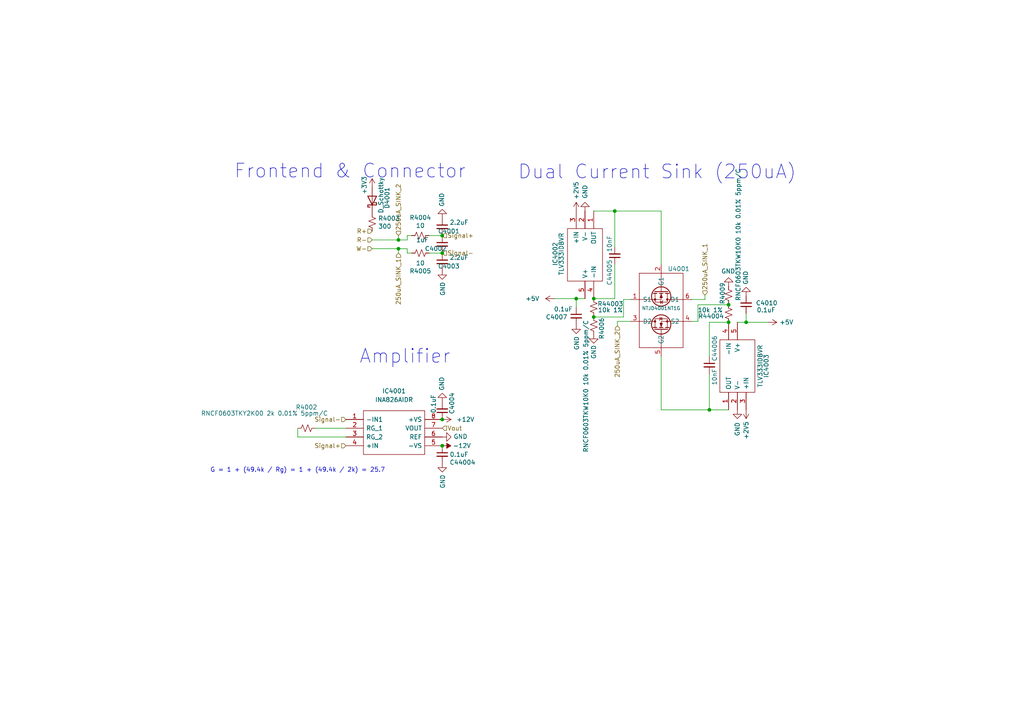
<source format=kicad_sch>
(kicad_sch (version 20231120) (generator "eeschema") (generator_version "8.0")
  (paper "A4")
  (lib_symbols
    (symbol "Device:C_Small" (pin_numbers hide) (pin_names (offset 0.254) hide)
      (property "Reference" "C" (at 0.254 1.778 0))
      (property "Value" "C_Small" (at 0.254 -2.032 0))
      (symbol "C_Small_0_1"
        (polyline (pts (xy -1.524 -0.508) (xy 1.524 -0.508)) (stroke (width 0.3302)))
        (polyline (pts (xy -1.524 0.508) (xy 1.524 0.508)) (stroke (width 0.3048)))
      )
      (symbol "C_Small_1_1"
        (pin passive line (at 0 2.54 270) (length 2.032) (name "~") (number "1"))
        (pin passive line (at 0 -2.54 90) (length 2.032) (name "~") (number "2"))
      )
    )
    (symbol "Device:D_Schottky" (pin_numbers hide) (pin_names (offset 1.016) hide)
      (property "Reference" "D" (at 0 2.54 0))
      (property "Value" "D_Schottky" (at 0 -2.54 0))
      (symbol "D_Schottky_0_1"
        (polyline (pts (xy 1.27 0) (xy -1.27 0)))
        (polyline (pts (xy 1.27 1.27) (xy 1.27 -1.27) (xy -1.27 0) (xy 1.27 1.27)) (stroke (width 0.254)))
        (polyline (pts (xy -1.905 0.635) (xy -1.905 1.27) (xy -1.27 1.27) (xy -1.27 -1.27) (xy -0.635 -1.27) (xy -0.635 -0.635)) (stroke (width 0.254)))
      )
      (symbol "D_Schottky_1_1"
        (pin passive line (at -3.81 0 0) (length 2.54) (name "K") (number "1"))
        (pin passive line (at 3.81 0 180) (length 2.54) (name "A") (number "2"))
      )
    )
    (symbol "Device:R_Small_US" (pin_numbers hide) (pin_names (offset 0.254) hide)
      (property "Reference" "R" (at 0.762 0.508 0))
      (property "Value" "R_Small_US" (at 0.762 -1.016 0))
      (symbol "R_Small_US_1_1"
        (polyline (pts (xy 0 0) (xy 1.016 -0.381) (xy 0 -0.762) (xy -1.016 -1.143) (xy 0 -1.524)))
        (polyline (pts (xy 0 1.524) (xy 1.016 1.143) (xy 0 0.762) (xy -1.016 0.381) (xy 0 0)))
        (pin passive line (at 0 2.54 270) (length 1.016) (name "~") (number "1"))
        (pin passive line (at 0 -2.54 90) (length 1.016) (name "~") (number "2"))
      )
    )
    (symbol "aaa:INA826AIDR" (pin_names (offset 0.762))
      (property "Reference" "IC" (at 24.13 7.62 0))
      (property "Value" "INA826AIDR" (at 24.13 5.08 0))
      (symbol "INA826AIDR_0_0"
        (pin passive line (at 0 0 0) (length 5.08) (name "-IN1") (number "1"))
        (pin passive line (at 0 -2.54 0) (length 5.08) (name "RG_1") (number "2"))
        (pin passive line (at 0 -5.08 0) (length 5.08) (name "RG_2") (number "3"))
        (pin passive line (at 0 -7.62 0) (length 5.08) (name "+IN") (number "4"))
        (pin passive line (at 27.94 -7.62 180) (length 5.08) (name "-VS") (number "5"))
        (pin passive line (at 27.94 -5.08 180) (length 5.08) (name "REF") (number "6"))
        (pin passive line (at 27.94 -2.54 180) (length 5.08) (name "VOUT") (number "7"))
        (pin passive line (at 27.94 0 180) (length 5.08) (name "+VS") (number "8"))
      )
      (symbol "INA826AIDR_0_1"
        (polyline (pts (xy 5.08 2.54) (xy 22.86 2.54) (xy 22.86 -10.16) (xy 5.08 -10.16) (xy 5.08 2.54)) (stroke (width 0.1524)))
      )
    )
    (symbol "aaa:NTJD4001NT1G" (pin_names (offset 1.016))
      (property "Reference" "U" (at -8.89 -2.54 0))
      (property "Value" "NTJD4001NT1G" (at 1.27 -10.16 90))
      (symbol "NTJD4001NT1G_0_1"
        (rectangle (start -10.16 -3.81) (end 11.43 -16.51))
        (polyline (pts (xy -7.62 -10.16) (xy -10.16 -10.16)))
        (polyline (pts (xy -2.54 -12.7) (xy -2.54 -16.51)))
        (polyline (pts (xy -2.54 -7.62) (xy -2.54 -3.81)))
        (polyline (pts (xy 3.81 -12.7) (xy 3.81 -16.51)))
        (polyline (pts (xy 3.81 -7.62) (xy 3.81 -3.81)))
        (polyline (pts (xy 8.89 -10.16) (xy 11.43 -10.16)))
      )
      (symbol "NTJD4001NT1G_1_1"
        (circle (center -3.429 -10.16) (radius 2.794) (stroke (width 0.254)))
        (circle (center -2.54 -11.938) (radius 0.254) (fill (type outline)))
        (circle (center -2.54 -8.382) (radius 0.254) (fill (type outline)))
        (polyline (pts (xy -4.826 -10.16) (xy -7.62 -10.16)))
        (polyline (pts (xy -4.826 -8.255) (xy -4.826 -12.065)) (stroke (width 0.254)))
        (polyline (pts (xy -4.318 -11.43) (xy -4.318 -12.446)) (stroke (width 0.254)))
        (polyline (pts (xy -4.318 -9.652) (xy -4.318 -10.668)) (stroke (width 0.254)))
        (polyline (pts (xy -4.318 -7.874) (xy -4.318 -8.89)) (stroke (width 0.254)))
        (polyline (pts (xy -2.54 -7.62) (xy -2.54 -8.382)))
        (polyline (pts (xy 3.81 -12.7) (xy 3.81 -11.938)))
        (polyline (pts (xy 5.588 -12.446) (xy 5.588 -11.43)) (stroke (width 0.254)))
        (polyline (pts (xy 5.588 -10.668) (xy 5.588 -9.652)) (stroke (width 0.254)))
        (polyline (pts (xy 5.588 -8.89) (xy 5.588 -7.874)) (stroke (width 0.254)))
        (polyline (pts (xy 6.096 -12.065) (xy 6.096 -8.255)) (stroke (width 0.254)))
        (polyline (pts (xy 6.096 -10.16) (xy 8.89 -10.16)))
        (polyline (pts (xy -2.54 -12.7) (xy -2.54 -10.16) (xy -4.318 -10.16)))
        (polyline (pts (xy 3.81 -7.62) (xy 3.81 -10.16) (xy 5.588 -10.16)))
        (polyline (pts (xy -4.318 -11.938) (xy -1.778 -11.938) (xy -1.778 -8.382) (xy -4.318 -8.382)))
        (polyline (pts (xy -4.064 -10.16) (xy -3.048 -9.779) (xy -3.048 -10.541) (xy -4.064 -10.16)) (fill (type outline)))
        (polyline (pts (xy -2.286 -9.652) (xy -2.159 -9.779) (xy -1.397 -9.779) (xy -1.27 -9.906)))
        (polyline (pts (xy -1.778 -9.779) (xy -2.159 -10.414) (xy -1.397 -10.414) (xy -1.778 -9.779)))
        (polyline (pts (xy 3.048 -10.541) (xy 3.429 -9.906) (xy 2.667 -9.906) (xy 3.048 -10.541)))
        (polyline (pts (xy 3.556 -10.668) (xy 3.429 -10.541) (xy 2.667 -10.541) (xy 2.54 -10.414)))
        (polyline (pts (xy 5.334 -10.16) (xy 4.318 -10.541) (xy 4.318 -9.779) (xy 5.334 -10.16)) (fill (type outline)))
        (polyline (pts (xy 5.588 -8.382) (xy 3.048 -8.382) (xy 3.048 -11.938) (xy 5.588 -11.938)))
        (circle (center 3.81 -11.938) (radius 0.254) (fill (type outline)))
        (circle (center 3.81 -8.382) (radius 0.254) (fill (type outline)))
        (circle (center 4.699 -10.16) (radius 2.794) (stroke (width 0.254)))
        (pin passive line (at -2.54 -19.05 90) (length 2.54) (name "S1") (number "1"))
        (pin input line (at -12.7 -10.16 0) (length 2.54) (name "G1") (number "2"))
        (pin passive line (at 3.81 -19.05 90) (length 2.54) (name "D2") (number "3"))
        (pin passive line (at 3.81 -1.27 270) (length 2.54) (name "S2") (number "4"))
        (pin input line (at 13.97 -10.16 180) (length 2.54) (name "G2") (number "5"))
        (pin passive line (at -2.54 -1.27 270) (length 2.54) (name "D1") (number "6"))
      )
    )
    (symbol "aaa:TLV333IDBVR" (pin_names (offset 0.762))
      (property "Reference" "IC" (at 21.59 7.62 0))
      (property "Value" "TLV333IDBVR" (at 21.59 5.08 0))
      (symbol "TLV333IDBVR_0_0"
        (pin passive line (at 0 0 0) (length 5.08) (name "OUT") (number "1"))
        (pin passive line (at 0 -2.54 0) (length 5.08) (name "V-") (number "2"))
        (pin passive line (at 0 -5.08 0) (length 5.08) (name "+IN") (number "3"))
        (pin passive line (at 25.4 0 180) (length 5.08) (name "-IN") (number "4"))
        (pin passive line (at 25.4 -2.54 180) (length 5.08) (name "V+") (number "5"))
      )
      (symbol "TLV333IDBVR_0_1"
        (polyline (pts (xy 5.08 2.54) (xy 20.32 2.54) (xy 20.32 -7.62) (xy 5.08 -7.62) (xy 5.08 2.54)) (stroke (width 0.1524)))
      )
    )
    (symbol "power:+12V" (power) (pin_names (offset 0))
      (property "Value" "+12V" (at 0 3.556 0))
      (symbol "+12V_0_1"
        (polyline (pts (xy -0.762 1.27) (xy 0 2.54)))
        (polyline (pts (xy 0 0) (xy 0 2.54)))
        (polyline (pts (xy 0 2.54) (xy 0.762 1.27)))
      )
      (symbol "+12V_1_1"
        (pin power_in line (at 0 0 90) (length 0) hide (name "+12V") (number "1"))
      )
    )
    (symbol "power:+2V5" (power) (pin_names (offset 0))
      (property "Value" "+2V5" (at 0 3.556 0))
      (symbol "+2V5_0_1"
        (polyline (pts (xy -0.762 1.27) (xy 0 2.54)))
        (polyline (pts (xy 0 0) (xy 0 2.54)))
        (polyline (pts (xy 0 2.54) (xy 0.762 1.27)))
      )
      (symbol "+2V5_1_1"
        (pin power_in line (at 0 0 90) (length 0) hide (name "+2V5") (number "1"))
      )
    )
    (symbol "power:+3V3" (power) (pin_numbers hide) (pin_names (offset 0) hide)
      (property "Value" "+3V3" (at 0 3.556 0))
      (symbol "+3V3_0_1"
        (polyline (pts (xy -0.762 1.27) (xy 0 2.54)))
        (polyline (pts (xy 0 0) (xy 0 2.54)))
        (polyline (pts (xy 0 2.54) (xy 0.762 1.27)))
      )
      (symbol "+3V3_1_1"
        (pin power_in line (at 0 0 90) (length 0) (name "~") (number "1"))
      )
    )
    (symbol "power:+5V" (power) (pin_numbers hide) (pin_names (offset 0) hide)
      (property "Value" "+5V" (at 0 3.556 0))
      (symbol "+5V_0_1"
        (polyline (pts (xy -0.762 1.27) (xy 0 2.54)))
        (polyline (pts (xy 0 0) (xy 0 2.54)))
        (polyline (pts (xy 0 2.54) (xy 0.762 1.27)))
      )
      (symbol "+5V_1_1"
        (pin power_in line (at 0 0 90) (length 0) (name "~") (number "1"))
      )
    )
    (symbol "power:-12V" (power) (pin_numbers hide) (pin_names (offset 0) hide)
      (property "Value" "-12V" (at 0 3.556 0))
      (symbol "-12V_0_0"
        (pin power_in line (at 0 0 90) (length 0) (name "~") (number "1"))
      )
      (symbol "-12V_0_1"
        (polyline (pts (xy 0 0) (xy 0 1.27) (xy 0.762 1.27) (xy 0 2.54) (xy -0.762 1.27) (xy 0 1.27)) (fill (type outline)))
      )
    )
    (symbol "power:GND" (power) (pin_names (offset 0))
      (property "Value" "GND" (at 0 -3.81 0))
      (symbol "GND_0_1"
        (polyline (pts (xy 0 0) (xy 0 -1.27) (xy 1.27 -1.27) (xy 0 -2.54) (xy -1.27 -1.27) (xy 0 -1.27)))
      )
      (symbol "GND_1_1"
        (pin power_in line (at 0 0 270) (length 0) hide (name "GND") (number "1"))
      )
    )
  )
  (junction (at 211.328 93.472))
  (junction (at 172.212 91.948))
  (junction (at 172.212 86.614))
  (junction (at 128.27 68.326))
  (junction (at 128.27 129.286))
  (junction (at 128.27 121.666))
  (junction (at 128.27 73.406))
  (junction (at 216.408 93.472))
  (junction (at 205.74 118.872))
  (junction (at 211.328 88.392))
  (junction (at 178.308 61.214))
  (junction (at 115.57 72.136))
  (junction (at 167.132 86.614))
  (junction (at 115.57 69.596))
  (wire (pts (xy 205.74 118.872) (xy 211.328 118.872)))
  (wire (pts (xy 202.438 93.218) (xy 200.66 93.218)))
  (wire (pts (xy 205.74 103.378) (xy 205.74 93.472)))
  (wire (pts (xy 182.88 86.868) (xy 180.848 86.868)))
  (wire (pts (xy 86.36 126.746) (xy 100.33 126.746)))
  (wire (pts (xy 204.47 86.868) (xy 204.47 85.598)))
  (wire (pts (xy 205.74 118.872) (xy 205.74 108.458)))
  (wire (pts (xy 178.308 86.614) (xy 172.212 86.614)))
  (wire (pts (xy 172.212 91.694) (xy 172.212 91.948)))
  (wire (pts (xy 86.36 124.206) (xy 86.36 126.746)))
  (wire (pts (xy 200.66 86.868) (xy 204.47 86.868)))
  (wire (pts (xy 167.132 86.614) (xy 169.672 86.614)))
  (wire (pts (xy 115.57 72.136) (xy 115.57 73.406)))
  (wire (pts (xy 216.408 93.472) (xy 213.868 93.472)))
  (wire (pts (xy 216.408 93.472) (xy 222.758 93.472)))
  (wire (pts (xy 178.308 61.214) (xy 191.77 61.214)))
  (wire (pts (xy 180.848 91.948) (xy 172.212 91.948)))
  (wire (pts (xy 118.11 73.406) (xy 118.11 72.136)))
  (wire (pts (xy 172.212 61.214) (xy 178.308 61.214)))
  (wire (pts (xy 178.308 76.708) (xy 178.308 86.614)))
  (wire (pts (xy 118.11 69.596) (xy 115.57 69.596)))
  (wire (pts (xy 107.95 69.596) (xy 115.57 69.596)))
  (wire (pts (xy 191.77 103.378) (xy 191.77 118.872)))
  (wire (pts (xy 91.44 124.206) (xy 100.33 124.206)))
  (wire (pts (xy 216.408 93.472) (xy 216.408 90.932)))
  (wire (pts (xy 178.308 61.214) (xy 178.308 71.628)))
  (wire (pts (xy 191.77 61.214) (xy 191.77 76.708)))
  (wire (pts (xy 167.132 86.614) (xy 167.132 89.154)))
  (wire (pts (xy 211.328 88.392) (xy 202.438 88.392)))
  (wire (pts (xy 202.438 88.392) (xy 202.438 93.218)))
  (wire (pts (xy 124.46 73.406) (xy 128.27 73.406)))
  (wire (pts (xy 119.38 68.326) (xy 118.11 68.326)))
  (wire (pts (xy 182.88 93.218) (xy 179.07 93.218)))
  (wire (pts (xy 118.11 72.136) (xy 115.57 72.136)))
  (wire (pts (xy 115.57 69.596) (xy 115.57 68.326)))
  (wire (pts (xy 179.07 93.218) (xy 179.07 94.488)))
  (wire (pts (xy 205.74 93.472) (xy 211.328 93.472)))
  (wire (pts (xy 118.11 68.326) (xy 118.11 69.596)))
  (wire (pts (xy 191.77 118.872) (xy 205.74 118.872)))
  (wire (pts (xy 107.95 72.136) (xy 115.57 72.136)))
  (wire (pts (xy 124.46 68.326) (xy 128.27 68.326)))
  (wire (pts (xy 180.848 86.868) (xy 180.848 91.948)))
  (wire (pts (xy 160.782 86.614) (xy 167.132 86.614)))
  (wire (pts (xy 211.328 88.138) (xy 211.328 88.392)))
  (wire (pts (xy 119.38 73.406) (xy 118.11 73.406)))
  (text "Dual Current Sink (250uA)" (at 150.114 52.324 0) (effects (font (size 4 4)) (justify left bottom)))
  (text "G = 1 + (49.4k / Rg) = 1 + (49.4k / 2k) = 25.7" (at 60.96 137.16 0) (effects (font (size 1.27 1.27)) (justify left bottom)))
  (text "Frontend & Connector" (at 67.818 52.07 0) (effects (font (size 4 4)) (justify left bottom)))
  (text "Amplifier" (at 104.14 105.791 0) (effects (font (size 4 4)) (justify left bottom)))
  (hierarchical_label "Signal-" (shape input) (at 128.27 73.406 0))
  (hierarchical_label "250uA_SINK_2" (shape input) (at 179.07 94.488 270))
  (hierarchical_label "Signal-" (shape input) (at 100.33 121.666 180))
  (hierarchical_label "250uA_SINK_2" (shape input) (at 115.57 68.326 90))
  (hierarchical_label "Signal+" (shape input) (at 128.27 68.326 0))
  (hierarchical_label "R-" (shape input) (at 107.95 69.596 180))
  (hierarchical_label "Signal+" (shape input) (at 100.33 129.286 180))
  (hierarchical_label "R+" (shape input) (at 107.95 67.056 180))
  (hierarchical_label "250uA_SINK_1" (shape input) (at 115.57 73.406 270))
  (hierarchical_label "250uA_SINK_1" (shape input) (at 204.47 85.598 90))
  (hierarchical_label "Vout" (shape input) (at 128.27 124.206 0))
  (hierarchical_label "W-" (shape input) (at 107.95 72.136 180))
  (symbol (lib_id "power:GND") (at 216.408 85.852 180) (unit 1)
    (property "Reference" "#PWR04014" (effects (hide yes)))
    (property "Value" "GND" (at 216.281 82.6008 90) (effects (justify right)))
    (instances (project "simplicity_analog_1" (path "" (reference "#PWR04014") (unit 1)) (path "" (reference "#PWR013014") (unit 1)) (path "" (reference "#PWR017014") (unit 1)) (path "" (reference "#PWR05014") (unit 1))) (project "analog_frontend_panel" (path "" (reference "#PWR0115") (unit 1)) (path "" (reference "#PWR0131") (unit 1)) (path "" (reference "#PWR0147") (unit 1)) (path "" (reference "#PWR099") (unit 1))))
  )
  (symbol (lib_id "power:GND") (at 211.328 83.058 180) (unit 1)
    (property "Reference" "#PWR04012" (effects (hide yes)))
    (property "Value" "GND" (at 211.201 78.6638 0))
    (instances (project "simplicity_analog_1" (path "" (reference "#PWR04012") (unit 1)) (path "" (reference "#PWR013012") (unit 1)) (path "" (reference "#PWR017012") (unit 1)) (path "" (reference "#PWR05012") (unit 1))) (project "analog_frontend_panel" (path "" (reference "#PWR0113") (unit 1)) (path "" (reference "#PWR0129") (unit 1)) (path "" (reference "#PWR0145") (unit 1)) (path "" (reference "#PWR097") (unit 1))))
  )
  (symbol (lib_id "power:GND") (at 213.868 118.872 0) (unit 1)
    (property "Reference" "#PWR04013" (effects (hide yes)))
    (property "Value" "GND" (at 213.868 122.428 90) (effects (justify right)))
    (instances (project "simplicity_analog_1" (path "" (reference "#PWR04013") (unit 1)) (path "" (reference "#PWR013013") (unit 1)) (path "" (reference "#PWR017013") (unit 1)) (path "" (reference "#PWR05013") (unit 1))) (project "analog_frontend_panel" (path "" (reference "#PWR0114") (unit 1)) (path "" (reference "#PWR0130") (unit 1)) (path "" (reference "#PWR0146") (unit 1)) (path "" (reference "#PWR098") (unit 1))))
  )
  (symbol (lib_id "Device:R_Small_US") (at 211.328 85.598 180) (unit 1)
    (property "Reference" "R4009" (at 209.55 85.09 90))
    (property "Value" "RNCF0603TKW10K0 10k 0.01% 5ppm/C" (at 214.122 68.072 90))
    (property "Footprint" "Resistor_SMD:R_0603_1608Metric" (effects (hide yes)))
    (property "LCSC" "C2482678" (effects (hide yes)))
    (instances (project "simplicity_analog_1" (path "" (reference "R4009") (unit 1)) (path "" (reference "R13009") (unit 1)) (path "" (reference "R17009") (unit 1)) (path "" (reference "R5009") (unit 1))) (project "analog_frontend_panel" (path "" (reference "R56") (unit 1)) (path "" (reference "R65") (unit 1)) (path "" (reference "R74") (unit 1)) (path "" (reference "R47") (unit 1))))
  )
  (symbol (lib_id "power:GND") (at 128.27 116.586 180) (unit 1)
    (property "Reference" "#PWR04005" (effects (hide yes)))
    (property "Value" "GND" (at 128.143 113.3348 90) (effects (justify right)))
    (instances (project "simplicity_analog_1" (path "" (reference "#PWR04005") (unit 1)) (path "" (reference "#PWR013005") (unit 1)) (path "" (reference "#PWR017005") (unit 1)) (path "" (reference "#PWR05005") (unit 1))) (project "analog_frontend_panel" (path "" (reference "#PWR0106") (unit 1)) (path "" (reference "#PWR0122") (unit 1)) (path "" (reference "#PWR0138") (unit 1)) (path "" (reference "#PWR090") (unit 1))))
  )
  (symbol (lib_id "aaa:TLV333IDBVR") (at 172.212 61.214 270) (unit 1)
    (property "Reference" "IC4002" (at 161.036 73.66 0))
    (property "Value" "TLV333IDBVR" (at 162.814 73.66 0))
    (property "Footprint" "Package_TO_SOT_SMD:SOT-23-5" (effects (hide yes)))
    (property "Datasheet" "http://www.ti.com/lit/gpn/tlv333" (effects (hide yes)))
    (property "Description" "350 kHz, Low-Noise, RRIO, CMOS Operational Amplifier for Cost-Sensitive Systems" (effects (hide yes)))
    (property "Height" "1.45" (effects (hide yes)))
    (property "Manufacturer_Name" "Texas Instruments" (effects (hide yes)))
    (property "Manufacturer_Part_Number" "TLV333IDBVR" (effects (hide yes)))
    (property "Mouser Part Number" "595-TLV333IDBVR" (effects (hide yes)))
    (property "Mouser Price/Stock" "https://www.mouser.co.uk/ProductDetail/Texas-Instruments/TLV333IDBVR?qs=n%252BTO0c4TDSbTbn2suQLlAQ%3D%3D" (effects (hide yes)))
    (property "Arrow Part Number" "TLV333IDBVR" (effects (hide yes)))
    (property "Arrow Price/Stock" "https://www.arrow.com/en/products/tlv333idbvr/texas-instruments" (effects (hide yes)))
    (instances (project "simplicity_analog_1" (path "" (reference "IC4002") (unit 1)) (path "" (reference "IC13002") (unit 1)) (path "" (reference "IC17002") (unit 1)) (path "" (reference "IC5002") (unit 1))) (project "analog_frontend_panel" (path "" (reference "IC16") (unit 1)) (path "" (reference "IC19") (unit 1)) (path "" (reference "IC22") (unit 1)) (path "" (reference "IC13") (unit 1))))
  )
  (symbol (lib_id "Device:R_Small_US") (at 121.92 68.326 270) (unit 1)
    (property "Reference" "R4004" (at 121.92 63.119 90))
    (property "Value" "10" (at 121.92 65.4304 90))
    (property "Footprint" "Capacitor_SMD:C_0402_1005Metric" (effects (hide yes)))
    (instances (project "simplicity_analog_1" (path "" (reference "R4004") (unit 1)) (path "" (reference "R13004") (unit 1)) (path "" (reference "R17004") (unit 1)) (path "" (reference "R5004") (unit 1))) (project "analog_frontend_panel" (path "" (reference "R51") (unit 1)) (path "" (reference "R60") (unit 1)) (path "" (reference "R69") (unit 1)) (path "" (reference "R42") (unit 1))))
  )
  (symbol (lib_id "Device:C_Small") (at 205.74 105.918 0) (unit 1)
    (property "Reference" "C44006" (at 207.264 97.282 90) (effects (justify right)))
    (property "Value" "10nF" (at 207.264 106.934 90) (effects (justify right)))
    (property "Footprint" "Capacitor_SMD:C_0402_1005Metric" (effects (hide yes)))
    (property "LCSC" "C15195" (effects (hide yes)))
    (instances (project "analog_frontend_panel" (path "" (reference "C44006") (unit 1)) (path "" (reference "C46003") (unit 1)) (path "" (reference "C47003") (unit 1)) (path "" (reference "C45004") (unit 1))))
  )
  (symbol (lib_id "Device:C_Small") (at 128.27 65.786 0) (unit 1)
    (property "Reference" "C4001" (at 133.35 67.056 0) (effects (justify right)))
    (property "Value" "2.2uF" (at 135.89 64.516 0) (effects (justify right)))
    (property "Footprint" "Capacitor_SMD:C_0402_1005Metric" (effects (hide yes)))
    (instances (project "simplicity_analog_1" (path "" (reference "C4001") (unit 1)) (path "" (reference "C13001") (unit 1)) (path "" (reference "C17001") (unit 1)) (path "" (reference "C5001") (unit 1))) (project "analog_frontend_panel" (path "" (reference "C60") (unit 1)) (path "" (reference "C71") (unit 1)) (path "" (reference "C82") (unit 1)) (path "" (reference "C49") (unit 1))))
  )
  (symbol (lib_id "Device:C_Small") (at 128.27 70.866 0) (mirror y) (unit 1)
    (property "Reference" "C4002" (at 123.19 72.136 0) (effects (justify right)))
    (property "Value" "1uF" (at 120.65 69.596 0) (effects (justify right)))
    (property "Footprint" "Capacitor_SMD:C_0402_1005Metric" (effects (hide yes)))
    (instances (project "simplicity_analog_1" (path "" (reference "C4002") (unit 1)) (path "" (reference "C13002") (unit 1)) (path "" (reference "C17002") (unit 1)) (path "" (reference "C5002") (unit 1))) (project "analog_frontend_panel" (path "" (reference "C61") (unit 1)) (path "" (reference "C72") (unit 1)) (path "" (reference "C83") (unit 1)) (path "" (reference "C50") (unit 1))))
  )
  (symbol (lib_id "power:+3V3") (at 107.95 54.356 0) (unit 1)
    (property "Reference" "#PWR127" (effects (hide yes)))
    (property "Value" "+3V3" (at 105.664 56.388 90) (effects (justify left)))
    (property "Description" "Power symbol creates a global label with name \"+3V3\"" (effects (hide yes)))
    (instances (project "analog_i" (path "" (reference "#PWR127") (unit 1)) (path "" (reference "#PWR175") (unit 1)) (path "" (reference "#PWR183") (unit 1)) (path "" (reference "#PWR136") (unit 1))) (project "analog_frontend_panel" (path "" (reference "#PWR45001") (unit 1)) (path "" (reference "#PWR46001") (unit 1)) (path "" (reference "#PWR47001") (unit 1)) (path "" (reference "#PWR44001") (unit 1))))
  )
  (symbol (lib_id "power:+12V") (at 128.27 121.666 270) (unit 1)
    (property "Reference" "#PWR04006" (effects (hide yes)))
    (property "Value" "+12V" (at 132.334 121.6659 90) (effects (justify left)))
    (instances (project "simplicity_analog_1" (path "" (reference "#PWR04006") (unit 1)) (path "" (reference "#PWR013006") (unit 1)) (path "" (reference "#PWR017006") (unit 1)) (path "" (reference "#PWR05006") (unit 1))) (project "analog_frontend_panel" (path "" (reference "#PWR0107") (unit 1)) (path "" (reference "#PWR0123") (unit 1)) (path "" (reference "#PWR0139") (unit 1)) (path "" (reference "#PWR091") (unit 1))))
  )
  (symbol (lib_id "Device:C_Small") (at 128.27 131.826 0) (unit 1)
    (property "Reference" "C44004" (at 137.922 134.112 0) (effects (justify right)))
    (property "Value" "0.1uF" (at 135.89 131.826 0) (effects (justify right)))
    (property "Footprint" "Capacitor_SMD:C_0402_1005Metric" (effects (hide yes)))
    (instances (project "analog_frontend_panel" (path "" (reference "C44004") (unit 1)) (path "" (reference "C46001") (unit 1)) (path "" (reference "C47001") (unit 1)) (path "" (reference "C45002") (unit 1))))
  )
  (symbol (lib_id "Device:C_Small") (at 178.308 74.168 180) (unit 1)
    (property "Reference" "C44005" (at 176.784 82.804 90) (effects (justify right)))
    (property "Value" "10nF" (at 176.784 73.152 90) (effects (justify right)))
    (property "Footprint" "Capacitor_SMD:C_0402_1005Metric" (effects (hide yes)))
    (property "LCSC" "C15195" (effects (hide yes)))
    (instances (project "analog_frontend_panel" (path "" (reference "C44005") (unit 1)) (path "" (reference "C46002") (unit 1)) (path "" (reference "C47002") (unit 1)) (path "" (reference "C45003") (unit 1))))
  )
  (symbol (lib_id "power:GND") (at 128.27 126.746 90) (unit 1)
    (property "Reference" "#PWR04004" (effects (hide yes)))
    (property "Value" "GND" (at 131.5212 126.619 90) (effects (justify right)))
    (instances (project "simplicity_analog_1" (path "" (reference "#PWR04004") (unit 1)) (path "" (reference "#PWR013004") (unit 1)) (path "" (reference "#PWR017004") (unit 1)) (path "" (reference "#PWR05004") (unit 1))) (project "analog_frontend_panel" (path "" (reference "#PWR0105") (unit 1)) (path "" (reference "#PWR0121") (unit 1)) (path "" (reference "#PWR0137") (unit 1)) (path "" (reference "#PWR089") (unit 1))))
  )
  (symbol (lib_id "Device:C_Small") (at 167.132 91.694 0) (unit 1)
    (property "Reference" "C4007" (at 164.592 91.948 0) (effects (justify right)))
    (property "Value" "0.1uF" (at 166.116 89.662 0) (effects (justify right)))
    (property "Footprint" "Capacitor_SMD:C_0402_1005Metric" (effects (hide yes)))
    (instances (project "simplicity_analog_1" (path "" (reference "C4007") (unit 1)) (path "" (reference "C13007") (unit 1)) (path "" (reference "C17007") (unit 1)) (path "" (reference "C5007") (unit 1))) (project "analog_frontend_panel" (path "" (reference "C66") (unit 1)) (path "" (reference "C77") (unit 1)) (path "" (reference "C88") (unit 1)) (path "" (reference "C55") (unit 1))))
  )
  (symbol (lib_id "Device:R_Small_US") (at 107.95 64.516 0) (unit 1)
    (property "Reference" "R4003" (at 109.6772 63.3476 0) (effects (justify left)))
    (property "Value" "300" (at 109.6772 65.659 0) (effects (justify left)))
    (property "Footprint" "Resistor_SMD:R_0805_2012Metric" (effects (hide yes)))
    (instances (project "simplicity_analog_1" (path "" (reference "R4003") (unit 1)) (path "" (reference "R13003") (unit 1)) (path "" (reference "R17003") (unit 1)) (path "" (reference "R5003") (unit 1))) (project "analog_frontend_panel" (path "" (reference "R50") (unit 1)) (path "" (reference "R59") (unit 1)) (path "" (reference "R68") (unit 1)) (path "" (reference "R41") (unit 1))))
  )
  (symbol (lib_id "Device:D_Schottky") (at 107.95 58.166 90) (unit 1)
    (property "Reference" "D4001" (at 112.268 57.404 0))
    (property "Value" "D_Schottky" (at 110.49 56.642 0))
    (property "Footprint" "Diode_SMD:D_SMA" (effects (hide yes)))
    (property "LCSC" "C22452" (effects (hide yes)))
    (instances (project "simplicity_analog_1" (path "" (reference "D4001") (unit 1)) (path "" (reference "D13001") (unit 1)) (path "" (reference "D17001") (unit 1)) (path "" (reference "D5001") (unit 1))) (project "analog_frontend_panel" (path "" (reference "D8") (unit 1)) (path "" (reference "D9") (unit 1)) (path "" (reference "D10") (unit 1)) (path "" (reference "D7") (unit 1))))
  )
  (symbol (lib_id "Device:C_Small") (at 216.408 88.392 180) (unit 1)
    (property "Reference" "C4010" (at 219.202 87.884 0) (effects (justify right)))
    (property "Value" "0.1uF" (at 219.456 89.916 0) (effects (justify right)))
    (property "Footprint" "Capacitor_SMD:C_0402_1005Metric" (effects (hide yes)))
    (instances (project "simplicity_analog_1" (path "" (reference "C4010") (unit 1)) (path "" (reference "C13010") (unit 1)) (path "" (reference "C17010") (unit 1)) (path "" (reference "C5010") (unit 1))) (project "analog_frontend_panel" (path "" (reference "C69") (unit 1)) (path "" (reference "C80") (unit 1)) (path "" (reference "C91") (unit 1)) (path "" (reference "C58") (unit 1))))
  )
  (symbol (lib_id "power:GND") (at 128.27 78.486 0) (unit 1)
    (property "Reference" "#PWR04003" (effects (hide yes)))
    (property "Value" "GND" (at 128.397 81.7372 90) (effects (justify right)))
    (instances (project "simplicity_analog_1" (path "" (reference "#PWR04003") (unit 1)) (path "" (reference "#PWR013003") (unit 1)) (path "" (reference "#PWR017003") (unit 1)) (path "" (reference "#PWR05003") (unit 1))) (project "analog_frontend_panel" (path "" (reference "#PWR0104") (unit 1)) (path "" (reference "#PWR0120") (unit 1)) (path "" (reference "#PWR0136") (unit 1)) (path "" (reference "#PWR088") (unit 1))))
  )
  (symbol (lib_id "power:-12V") (at 128.27 129.286 270) (unit 1)
    (property "Reference" "#PWR44008" (effects (hide yes)))
    (property "Value" "-12V" (at 131.318 129.286 90) (effects (justify left)))
    (property "Description" "Power symbol creates a global label with name \"-12V\"" (effects (hide yes)))
    (instances (project "" (path "" (reference "#PWR44008") (unit 1)) (path "" (reference "#PWR46004") (unit 1)) (path "" (reference "#PWR47004") (unit 1)) (path "" (reference "#PWR45004") (unit 1))))
  )
  (symbol (lib_id "aaa:NTJD4001NT1G") (at 201.93 89.408 270) (unit 1)
    (property "Reference" "U4001" (at 196.85 77.978 90))
    (property "Value" "NTJD4001NT1G" (at 191.77 89.408 90) (effects (font (size 0.9906 0.9906))))
    (property "Footprint" "Package_TO_SOT_SMD:SOT-363_SC-70-6" (effects (hide yes)))
    (property "LCSC" "C190019" (effects (hide yes)))
    (instances (project "simplicity_analog_1" (path "" (reference "U4001") (unit 1)) (path "" (reference "U13001") (unit 1)) (path "" (reference "U17001") (unit 1)) (path "" (reference "U5001") (unit 1))) (project "analog_frontend_panel" (path "" (reference "U2") (unit 1)) (path "" (reference "U3") (unit 1)) (path "" (reference "U4") (unit 1)) (path "" (reference "U1") (unit 1))))
  )
  (symbol (lib_id "Device:R_Small_US") (at 88.9 124.206 270) (unit 1)
    (property "Reference" "R4002" (at 88.9 118.11 90))
    (property "Value" "RNCF0603TKY2K00 2k 0.01% 5ppm/C" (at 76.708 119.888 90))
    (property "Footprint" "Resistor_SMD:R_0603_1608Metric" (effects (hide yes)))
    (property "LCSC" "C346578" (effects (hide yes)))
    (instances (project "simplicity_analog_1" (path "" (reference "R4002") (unit 1)) (path "" (reference "R13002") (unit 1)) (path "" (reference "R17002") (unit 1)) (path "" (reference "R5002") (unit 1))) (project "analog_frontend_panel" (path "" (reference "R49") (unit 1)) (path "" (reference "R58") (unit 1)) (path "" (reference "R67") (unit 1)) (path "" (reference "R40") (unit 1))))
  )
  (symbol (lib_id "power:GND") (at 172.212 97.028 0) (unit 1)
    (property "Reference" "#PWR04011" (effects (hide yes)))
    (property "Value" "GND" (at 172.212 102.108 90))
    (instances (project "simplicity_analog_1" (path "" (reference "#PWR04011") (unit 1)) (path "" (reference "#PWR013011") (unit 1)) (path "" (reference "#PWR017011") (unit 1)) (path "" (reference "#PWR05011") (unit 1))) (project "analog_frontend_panel" (path "" (reference "#PWR0112") (unit 1)) (path "" (reference "#PWR0128") (unit 1)) (path "" (reference "#PWR0144") (unit 1)) (path "" (reference "#PWR096") (unit 1))))
  )
  (symbol (lib_id "Device:R_Small_US") (at 172.212 94.488 0) (unit 1)
    (property "Reference" "R4006" (at 174.498 95.25 90))
    (property "Value" "RNCF0603TKW10K0 10k 0.01% 5ppm/C" (at 169.926 112.014 90))
    (property "Footprint" "Resistor_SMD:R_0603_1608Metric" (effects (hide yes)))
    (property "LCSC" "C2482678" (effects (hide yes)))
    (instances (project "simplicity_analog_1" (path "" (reference "R4006") (unit 1)) (path "" (reference "R13006") (unit 1)) (path "" (reference "R17006") (unit 1)) (path "" (reference "R5006") (unit 1))) (project "analog_frontend_panel" (path "" (reference "R53") (unit 1)) (path "" (reference "R62") (unit 1)) (path "" (reference "R71") (unit 1)) (path "" (reference "R44") (unit 1))))
  )
  (symbol (lib_id "Device:R_Small_US") (at 121.92 73.406 270) (unit 1)
    (property "Reference" "R4005" (at 121.92 78.613 90))
    (property "Value" "10" (at 121.92 76.3016 90))
    (property "Footprint" "Capacitor_SMD:C_0402_1005Metric" (effects (hide yes)))
    (instances (project "simplicity_analog_1" (path "" (reference "R4005") (unit 1)) (path "" (reference "R13005") (unit 1)) (path "" (reference "R17005") (unit 1)) (path "" (reference "R5005") (unit 1))) (project "analog_frontend_panel" (path "" (reference "R52") (unit 1)) (path "" (reference "R61") (unit 1)) (path "" (reference "R70") (unit 1)) (path "" (reference "R43") (unit 1))))
  )
  (symbol (lib_id "power:+2V5") (at 167.132 61.214 0) (unit 1)
    (property "Reference" "#PWR04008" (effects (hide yes)))
    (property "Value" "+2V5" (at 167.132 57.912 90) (effects (justify left)))
    (instances (project "simplicity_analog_1" (path "" (reference "#PWR04008") (unit 1)) (path "" (reference "#PWR013008") (unit 1)) (path "" (reference "#PWR017008") (unit 1)) (path "" (reference "#PWR05008") (unit 1))) (project "analog_frontend_panel" (path "" (reference "#PWR0109") (unit 1)) (path "" (reference "#PWR0125") (unit 1)) (path "" (reference "#PWR0141") (unit 1)) (path "" (reference "#PWR093") (unit 1))))
  )
  (symbol (lib_id "power:GND") (at 128.27 134.366 0) (unit 1)
    (property "Reference" "#PWR44009" (effects (hide yes)))
    (property "Value" "GND" (at 128.397 137.6172 90) (effects (justify right)))
    (instances (project "analog_frontend_panel" (path "" (reference "#PWR44009") (unit 1)) (path "" (reference "#PWR46005") (unit 1)) (path "" (reference "#PWR47005") (unit 1)) (path "" (reference "#PWR45010") (unit 1))))
  )
  (symbol (lib_id "Device:C_Small") (at 128.27 119.126 180) (unit 1)
    (property "Reference" "C4004" (at 131.064 120.142 90) (effects (justify right)))
    (property "Value" "0.1uF" (at 125.73 119.888 90) (effects (justify right)))
    (property "Footprint" "Capacitor_SMD:C_0402_1005Metric" (effects (hide yes)))
    (instances (project "simplicity_analog_1" (path "" (reference "C4004") (unit 1)) (path "" (reference "C13004") (unit 1)) (path "" (reference "C17004") (unit 1)) (path "" (reference "C5004") (unit 1))) (project "analog_frontend_panel" (path "" (reference "C63") (unit 1)) (path "" (reference "C74") (unit 1)) (path "" (reference "C85") (unit 1)) (path "" (reference "C52") (unit 1))))
  )
  (symbol (lib_id "power:+5V") (at 160.782 86.614 90) (unit 1)
    (property "Reference" "#PWR47006" (effects (hide yes)))
    (property "Value" "+5V" (at 156.464 86.6139 90) (effects (justify left)))
    (property "Description" "Power symbol creates a global label with name \"+5V\"" (effects (hide yes)))
    (instances (project "" (path "" (reference "#PWR44005") (unit 1)) (path "" (reference "#PWR46006") (unit 1)) (path "" (reference "#PWR47006") (unit 1)) (path "" (reference "#PWR45005") (unit 1))))
  )
  (symbol (lib_id "Device:R_Small_US") (at 211.328 90.932 180) (unit 1)
    (property "Reference" "R44004" (at 206.248 91.694 0))
    (property "Value" "10k 1%" (at 205.994 89.916 0))
    (property "Footprint" "Capacitor_SMD:C_0402_1005Metric" (effects (hide yes)))
    (instances (project "analog_frontend_panel" (path "" (reference "R44004") (unit 1)) (path "" (reference "R46002") (unit 1)) (path "" (reference "R47002") (unit 1)) (path "" (reference "R45002") (unit 1))))
  )
  (symbol (lib_id "Device:R_Small_US") (at 172.212 89.154 180) (unit 1)
    (property "Reference" "R44003" (at 177.038 88.138 0))
    (property "Value" "10k 1%" (at 177.038 89.916 0))
    (property "Footprint" "Capacitor_SMD:C_0402_1005Metric" (effects (hide yes)))
    (instances (project "analog_frontend_panel" (path "" (reference "R44003") (unit 1)) (path "" (reference "R46001") (unit 1)) (path "" (reference "R47001") (unit 1)) (path "" (reference "R45001") (unit 1))))
  )
  (symbol (lib_id "power:GND") (at 169.672 61.214 180) (unit 1)
    (property "Reference" "#PWR04010" (effects (hide yes)))
    (property "Value" "GND" (at 169.672 57.658 90) (effects (justify right)))
    (instances (project "simplicity_analog_1" (path "" (reference "#PWR04010") (unit 1)) (path "" (reference "#PWR013010") (unit 1)) (path "" (reference "#PWR017010") (unit 1)) (path "" (reference "#PWR05010") (unit 1))) (project "analog_frontend_panel" (path "" (reference "#PWR0111") (unit 1)) (path "" (reference "#PWR0127") (unit 1)) (path "" (reference "#PWR0143") (unit 1)) (path "" (reference "#PWR095") (unit 1))))
  )
  (symbol (lib_id "aaa:INA826AIDR") (at 100.33 121.666 0) (unit 1)
    (property "Reference" "IC4001" (at 114.3 113.411 0))
    (property "Value" "INA826AIDR" (at 114.3 115.951 0))
    (property "Footprint" "aaa:SOIC127P600X175-8N" (effects (hide yes)))
    (property "Datasheet" "http://www.ti.com/lit/gpn/ina826" (effects (hide yes)))
    (property "Description" "Precision, 200-uA Supply Current, 36-V Supply Instrumentation Amplifier" (effects (hide yes)))
    (property "Height" "1.75" (effects (hide yes)))
    (property "Manufacturer_Name" "Texas Instruments" (effects (hide yes)))
    (property "Manufacturer_Part_Number" "INA826AIDR" (effects (hide yes)))
    (property "Mouser Part Number" "595-INA826AIDR" (effects (hide yes)))
    (property "Mouser Price/Stock" "https://www.mouser.co.uk/ProductDetail/Texas-Instruments/INA826AIDR?qs=RqytGdBYyUFuQNJtlkA6aQ%3D%3D" (effects (hide yes)))
    (property "Arrow Part Number" "INA826AIDR" (effects (hide yes)))
    (property "Arrow Price/Stock" "https://www.arrow.com/en/products/ina826aidr/texas-instruments?region=nac" (effects (hide yes)))
    (property "LCSC" "C38433" (effects (hide yes)))
    (instances (project "simplicity_analog_1" (path "" (reference "IC4001") (unit 1)) (path "" (reference "IC13001") (unit 1)) (path "" (reference "IC17001") (unit 1)) (path "" (reference "IC5001") (unit 1))) (project "analog_frontend_panel" (path "" (reference "IC15") (unit 1)) (path "" (reference "IC18") (unit 1)) (path "" (reference "IC21") (unit 1)) (path "" (reference "IC12") (unit 1))))
  )
  (symbol (lib_id "power:GND") (at 167.132 94.234 0) (unit 1)
    (property "Reference" "#PWR04009" (effects (hide yes)))
    (property "Value" "GND" (at 167.259 97.4852 90) (effects (justify right)))
    (instances (project "simplicity_analog_1" (path "" (reference "#PWR04009") (unit 1)) (path "" (reference "#PWR013009") (unit 1)) (path "" (reference "#PWR017009") (unit 1)) (path "" (reference "#PWR05009") (unit 1))) (project "analog_frontend_panel" (path "" (reference "#PWR0110") (unit 1)) (path "" (reference "#PWR0126") (unit 1)) (path "" (reference "#PWR0142") (unit 1)) (path "" (reference "#PWR094") (unit 1))))
  )
  (symbol (lib_id "power:+2V5") (at 216.408 118.872 180) (unit 1)
    (property "Reference" "#PWR04015" (effects (hide yes)))
    (property "Value" "+2V5" (at 216.408 122.174 90) (effects (justify left)))
    (instances (project "simplicity_analog_1" (path "" (reference "#PWR04015") (unit 1)) (path "" (reference "#PWR013015") (unit 1)) (path "" (reference "#PWR017015") (unit 1)) (path "" (reference "#PWR05015") (unit 1))) (project "analog_frontend_panel" (path "" (reference "#PWR0116") (unit 1)) (path "" (reference "#PWR0132") (unit 1)) (path "" (reference "#PWR0148") (unit 1)) (path "" (reference "#PWR0100") (unit 1))))
  )
  (symbol (lib_id "aaa:TLV333IDBVR") (at 211.328 118.872 90) (unit 1)
    (property "Reference" "IC4003" (at 222.25 106.172 0))
    (property "Value" "TLV333IDBVR" (at 220.472 106.172 0))
    (property "Footprint" "Package_TO_SOT_SMD:SOT-23-5" (effects (hide yes)))
    (property "Datasheet" "http://www.ti.com/lit/gpn/tlv333" (effects (hide yes)))
    (property "Description" "350 kHz, Low-Noise, RRIO, CMOS Operational Amplifier for Cost-Sensitive Systems" (effects (hide yes)))
    (property "Height" "1.45" (effects (hide yes)))
    (property "Manufacturer_Name" "Texas Instruments" (effects (hide yes)))
    (property "Manufacturer_Part_Number" "TLV333IDBVR" (effects (hide yes)))
    (property "Mouser Part Number" "595-TLV333IDBVR" (effects (hide yes)))
    (property "Mouser Price/Stock" "https://www.mouser.co.uk/ProductDetail/Texas-Instruments/TLV333IDBVR?qs=n%252BTO0c4TDSbTbn2suQLlAQ%3D%3D" (effects (hide yes)))
    (property "Arrow Part Number" "TLV333IDBVR" (effects (hide yes)))
    (property "Arrow Price/Stock" "https://www.arrow.com/en/products/tlv333idbvr/texas-instruments" (effects (hide yes)))
    (instances (project "simplicity_analog_1" (path "" (reference "IC4003") (unit 1)) (path "" (reference "IC13003") (unit 1)) (path "" (reference "IC17003") (unit 1)) (path "" (reference "IC5003") (unit 1))) (project "analog_frontend_panel" (path "" (reference "IC17") (unit 1)) (path "" (reference "IC20") (unit 1)) (path "" (reference "IC23") (unit 1)) (path "" (reference "IC14") (unit 1))))
  )
  (symbol (lib_id "power:+5V") (at 222.758 93.472 270) (unit 1)
    (property "Reference" "#PWR44002" (effects (hide yes)))
    (property "Value" "+5V" (at 226.06 93.4719 90) (effects (justify left)))
    (property "Description" "Power symbol creates a global label with name \"+5V\"" (effects (hide yes)))
    (instances (project "analog_frontend_panel" (path "" (reference "#PWR44002") (unit 1)) (path "" (reference "#PWR46002") (unit 1)) (path "" (reference "#PWR47002") (unit 1)) (path "" (reference "#PWR45002") (unit 1))))
  )
  (symbol (lib_id "Device:C_Small") (at 128.27 75.946 0) (unit 1)
    (property "Reference" "C4003" (at 133.35 77.216 0) (effects (justify right)))
    (property "Value" "2.2uF" (at 135.89 74.676 0) (effects (justify right)))
    (property "Footprint" "Capacitor_SMD:C_0402_1005Metric" (effects (hide yes)))
    (instances (project "simplicity_analog_1" (path "" (reference "C4003") (unit 1)) (path "" (reference "C13003") (unit 1)) (path "" (reference "C17003") (unit 1)) (path "" (reference "C5003") (unit 1))) (project "analog_frontend_panel" (path "" (reference "C62") (unit 1)) (path "" (reference "C73") (unit 1)) (path "" (reference "C84") (unit 1)) (path "" (reference "C51") (unit 1))))
  )
  (symbol (lib_id "power:GND") (at 128.27 63.246 180) (unit 1)
    (property "Reference" "#PWR04002" (effects (hide yes)))
    (property "Value" "GND" (at 128.143 59.9948 90) (effects (justify right)))
    (instances (project "simplicity_analog_1" (path "" (reference "#PWR04002") (unit 1)) (path "" (reference "#PWR013002") (unit 1)) (path "" (reference "#PWR017002") (unit 1)) (path "" (reference "#PWR05002") (unit 1))) (project "analog_frontend_panel" (path "" (reference "#PWR0103") (unit 1)) (path "" (reference "#PWR0119") (unit 1)) (path "" (reference "#PWR0135") (unit 1)) (path "" (reference "#PWR087") (unit 1))))
  )
)
</source>
